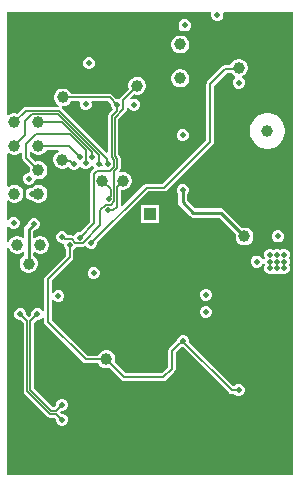
<source format=gbl>
G04*
G04 #@! TF.GenerationSoftware,Altium Limited,Altium Designer,21.8.1 (53)*
G04*
G04 Layer_Physical_Order=4*
G04 Layer_Color=16711680*
%FSLAX25Y25*%
%MOIN*%
G70*
G04*
G04 #@! TF.SameCoordinates,3953C7C4-12BB-4AEB-9917-3EAA161B92D5*
G04*
G04*
G04 #@! TF.FilePolarity,Positive*
G04*
G01*
G75*
%ADD12C,0.01000*%
%ADD15C,0.00500*%
%ADD34C,0.03937*%
%ADD66C,0.01402*%
%ADD67C,0.15748*%
%ADD68C,0.04134*%
%ADD69R,0.04134X0.04134*%
%ADD70C,0.02000*%
G36*
X96896Y1529D02*
X1529D01*
Y77349D01*
X2029Y77415D01*
X2076Y77240D01*
X2467Y76563D01*
X3020Y76010D01*
X3697Y75620D01*
X4452Y75417D01*
X5233D01*
X5988Y75620D01*
X6665Y76010D01*
X6690Y76035D01*
X7152Y75844D01*
Y74671D01*
X6858Y74501D01*
X6306Y73949D01*
X5915Y73272D01*
X5713Y72517D01*
Y71735D01*
X5915Y70980D01*
X6306Y70303D01*
X6858Y69751D01*
X7535Y69360D01*
X8290Y69157D01*
X9072D01*
X9827Y69360D01*
X10504Y69751D01*
X11056Y70303D01*
X11447Y70980D01*
X11650Y71735D01*
Y72517D01*
X11447Y73272D01*
X11056Y73949D01*
X10504Y74501D01*
X10210Y74671D01*
Y75726D01*
X10672Y75917D01*
X10697Y75892D01*
X11374Y75502D01*
X12129Y75299D01*
X12911D01*
X13666Y75502D01*
X14342Y75892D01*
X14895Y76445D01*
X15286Y77122D01*
X15488Y77877D01*
Y78658D01*
X15286Y79413D01*
X14895Y80090D01*
X14342Y80643D01*
X13666Y81034D01*
X12911Y81236D01*
X12129D01*
X11374Y81034D01*
X10697Y80643D01*
X10672Y80619D01*
X10210Y80810D01*
Y82833D01*
X10628Y83250D01*
X10863D01*
X11598Y83555D01*
X12161Y84118D01*
X12465Y84853D01*
Y85648D01*
X12161Y86383D01*
X11598Y86946D01*
X10863Y87250D01*
X10067D01*
X9332Y86946D01*
X8770Y86383D01*
X8465Y85648D01*
Y85413D01*
X7600Y84548D01*
X7268Y84052D01*
X7152Y83467D01*
Y80928D01*
X6690Y80737D01*
X6665Y80761D01*
X5988Y81152D01*
X5233Y81354D01*
X4452D01*
X3697Y81152D01*
X3020Y80761D01*
X2467Y80208D01*
X2076Y79532D01*
X2029Y79357D01*
X1529Y79423D01*
Y84368D01*
X1911Y84492D01*
X2029Y84500D01*
X2569Y83961D01*
X3304Y83656D01*
X4100D01*
X4835Y83961D01*
X5397Y84523D01*
X5702Y85259D01*
Y86054D01*
X5397Y86789D01*
X4835Y87352D01*
X4100Y87656D01*
X3304D01*
X2569Y87352D01*
X2029Y86813D01*
X1911Y86820D01*
X1529Y86945D01*
Y92967D01*
X2029Y93174D01*
X2135Y93069D01*
X2812Y92678D01*
X3567Y92476D01*
X4348D01*
X5103Y92678D01*
X5780Y93069D01*
X6333Y93622D01*
X6724Y94299D01*
X6926Y95054D01*
Y95835D01*
X6724Y96590D01*
X6333Y97267D01*
X5780Y97820D01*
X5103Y98211D01*
X4348Y98413D01*
X3567D01*
X2812Y98211D01*
X2135Y97820D01*
X2029Y97715D01*
X1529Y97922D01*
Y108791D01*
X2029Y108999D01*
X2135Y108893D01*
X2812Y108502D01*
X3567Y108300D01*
X4348D01*
X5103Y108502D01*
X5780Y108893D01*
X6100Y109212D01*
X6600Y109005D01*
Y107352D01*
X6696Y106864D01*
X6973Y106451D01*
X9167Y104257D01*
X9003Y103646D01*
Y102864D01*
X9012Y102830D01*
X8708Y102433D01*
X8409D01*
X7674Y102129D01*
X7112Y101566D01*
X6807Y100831D01*
Y100035D01*
X7112Y99300D01*
X7674Y98738D01*
X8409Y98433D01*
X9205D01*
X9940Y98738D01*
X10503Y99300D01*
X10807Y100035D01*
X11307Y100359D01*
X11581Y100286D01*
X12362D01*
X13117Y100489D01*
X13794Y100879D01*
X14347Y101432D01*
X14738Y102109D01*
X14940Y102864D01*
Y103646D01*
X14738Y104401D01*
X14347Y105078D01*
X13794Y105630D01*
X13117Y106021D01*
X12362Y106223D01*
X11581D01*
X10969Y106059D01*
X9149Y107880D01*
Y109221D01*
X9425Y109360D01*
X9648Y109393D01*
X10149Y108893D01*
X10825Y108502D01*
X11581Y108300D01*
X12362D01*
X13117Y108502D01*
X13794Y108893D01*
X14347Y109446D01*
X14663Y109994D01*
X18614D01*
X18697Y109499D01*
X18020Y109108D01*
X17467Y108555D01*
X17076Y107878D01*
X16874Y107123D01*
Y106342D01*
X17076Y105587D01*
X17467Y104910D01*
X18020Y104357D01*
X18697Y103966D01*
X19452Y103764D01*
X20233D01*
X20988Y103966D01*
X21547Y104289D01*
X22084Y104300D01*
X22647Y103738D01*
X23382Y103433D01*
X24177D01*
X24912Y103738D01*
X25475Y104300D01*
X25510Y104385D01*
X25791Y104425D01*
X26064Y104415D01*
X26584Y103895D01*
X27319Y103591D01*
X28114D01*
X28849Y103895D01*
X29412Y104458D01*
X29550Y104791D01*
X29873Y104796D01*
X30071Y104742D01*
X30352Y104064D01*
X30539Y103877D01*
X29609Y102946D01*
X29332Y102533D01*
X29235Y102045D01*
Y86055D01*
X25985Y82805D01*
X25390D01*
X24655Y82501D01*
X24092Y81938D01*
X23931Y81550D01*
X23541Y81431D01*
X23053Y81528D01*
X21782D01*
X21538Y82117D01*
X20975Y82680D01*
X20240Y82984D01*
X19445D01*
X18710Y82680D01*
X18147Y82117D01*
X17842Y81382D01*
Y80586D01*
X18147Y79851D01*
X18710Y79289D01*
X19445Y78984D01*
X19937D01*
X20304Y78743D01*
X20362Y78522D01*
Y77909D01*
X20667Y77174D01*
X21088Y76753D01*
Y74701D01*
X14177Y67791D01*
X13901Y67378D01*
X13804Y66890D01*
Y56552D01*
X13404Y56431D01*
X13304Y56425D01*
X12761Y56969D01*
X12026Y57273D01*
X11230D01*
X10495Y56969D01*
X9932Y56406D01*
X9628Y55671D01*
Y55076D01*
X8773Y54221D01*
X7919Y55076D01*
Y55671D01*
X7615Y56406D01*
X7052Y56969D01*
X6317Y57273D01*
X5521D01*
X4786Y56969D01*
X4224Y56406D01*
X3919Y55671D01*
Y54876D01*
X4224Y54141D01*
X4786Y53578D01*
X5521Y53273D01*
X6117D01*
X7005Y52385D01*
Y29516D01*
X7102Y29028D01*
X7378Y28615D01*
X14814Y21179D01*
X15227Y20903D01*
X15715Y20806D01*
X17352D01*
X17842Y20316D01*
Y19720D01*
X18147Y18985D01*
X18710Y18423D01*
X19445Y18118D01*
X20240D01*
X20975Y18423D01*
X21538Y18985D01*
X21843Y19720D01*
Y20516D01*
X21538Y21251D01*
X20975Y21814D01*
X20240Y22118D01*
X19645D01*
X19184Y22579D01*
X19645Y23039D01*
X20240D01*
X20975Y23344D01*
X21538Y23907D01*
X21843Y24642D01*
Y25437D01*
X21538Y26172D01*
X20975Y26735D01*
X20240Y27039D01*
X19445D01*
X18710Y26735D01*
X18147Y26172D01*
X17842Y25437D01*
Y24842D01*
X17356Y24355D01*
X16657D01*
X10554Y30458D01*
Y52397D01*
X11430Y53273D01*
X12026D01*
X12761Y53578D01*
X13304Y54122D01*
X13404Y54116D01*
X13804Y53995D01*
Y52795D01*
X13901Y52307D01*
X14177Y51894D01*
X26779Y39293D01*
X27192Y39017D01*
X27680Y38920D01*
X31941D01*
X32257Y38372D01*
X32810Y37819D01*
X33487Y37428D01*
X34242Y37226D01*
X35023D01*
X35635Y37390D01*
X39674Y33351D01*
X40087Y33075D01*
X40575Y32978D01*
X53565D01*
X54053Y33075D01*
X54467Y33351D01*
X57269Y36154D01*
X57546Y36567D01*
X57643Y37055D01*
Y42380D01*
X59554Y44291D01*
X59820Y44181D01*
X60414D01*
X75536Y29059D01*
X75949Y28783D01*
X76437Y28686D01*
X77147D01*
X77568Y28265D01*
X78303Y27961D01*
X79099D01*
X79834Y28265D01*
X80396Y28828D01*
X80701Y29563D01*
Y30358D01*
X80396Y31093D01*
X79834Y31656D01*
X79099Y31961D01*
X78303D01*
X77568Y31656D01*
X77147Y31235D01*
X76965D01*
X62217Y45983D01*
Y46579D01*
X61913Y47314D01*
X61350Y47877D01*
X60615Y48182D01*
X59820D01*
X59085Y47877D01*
X58522Y47314D01*
X58218Y46579D01*
Y46559D01*
X55467Y43809D01*
X55191Y43395D01*
X55094Y42908D01*
Y37583D01*
X53038Y35526D01*
X41103D01*
X37437Y39192D01*
X37601Y39803D01*
Y40585D01*
X37399Y41340D01*
X37008Y42017D01*
X36455Y42570D01*
X35778Y42961D01*
X35023Y43163D01*
X34242D01*
X33487Y42961D01*
X32810Y42570D01*
X32257Y42017D01*
X31941Y41469D01*
X28208D01*
X16353Y53323D01*
Y60157D01*
X16853Y60256D01*
X16907Y60127D01*
X17470Y59564D01*
X18204Y59260D01*
X19000D01*
X19735Y59564D01*
X20298Y60127D01*
X20602Y60862D01*
Y61658D01*
X20298Y62393D01*
X19735Y62955D01*
X19000Y63260D01*
X18204D01*
X17470Y62955D01*
X16907Y62393D01*
X16853Y62263D01*
X16353Y62363D01*
Y66362D01*
X23263Y73272D01*
X23540Y73685D01*
X23637Y74173D01*
Y76753D01*
X24058Y77174D01*
X24309Y77781D01*
X26672D01*
X27160Y77878D01*
X27295Y77968D01*
X27871Y77883D01*
X28434Y77320D01*
X29169Y77016D01*
X29965D01*
X30700Y77320D01*
X31262Y77883D01*
X31567Y78618D01*
Y79213D01*
X48520Y96166D01*
X53898D01*
X54385Y96263D01*
X54799Y96540D01*
X70074Y111815D01*
X70351Y112229D01*
X70448Y112716D01*
Y131401D01*
X74780Y135733D01*
X76214D01*
X76325Y135539D01*
X76878Y134987D01*
X77478Y134640D01*
X77535Y134318D01*
X77519Y134088D01*
X77005Y133574D01*
X76701Y132839D01*
Y132043D01*
X77005Y131308D01*
X77568Y130745D01*
X78303Y130441D01*
X79099D01*
X79834Y130745D01*
X80396Y131308D01*
X80701Y132043D01*
Y132839D01*
X80396Y133574D01*
X79882Y134088D01*
X79866Y134318D01*
X79924Y134640D01*
X80524Y134987D01*
X81076Y135539D01*
X81467Y136216D01*
X81669Y136971D01*
Y137753D01*
X81467Y138508D01*
X81076Y139185D01*
X80524Y139738D01*
X79847Y140128D01*
X79092Y140331D01*
X78310D01*
X77555Y140128D01*
X76878Y139738D01*
X76325Y139185D01*
X75935Y138508D01*
X75874Y138282D01*
X74252D01*
X73764Y138185D01*
X73351Y137909D01*
X68272Y132830D01*
X67996Y132417D01*
X67899Y131929D01*
Y113244D01*
X53370Y98715D01*
X47992D01*
X47504Y98618D01*
X47091Y98342D01*
X39963Y91215D01*
X39463Y91422D01*
Y96546D01*
X39751Y96767D01*
X40532D01*
X41287Y96969D01*
X41964Y97360D01*
X42517Y97913D01*
X42908Y98590D01*
X43110Y99345D01*
Y100126D01*
X42908Y100881D01*
X42517Y101558D01*
X41964Y102111D01*
X41287Y102502D01*
X40532Y102704D01*
X39751D01*
X39200Y102556D01*
X38941Y103005D01*
X39021Y103085D01*
X39298Y103498D01*
X39395Y103986D01*
Y107156D01*
X39298Y107643D01*
X39021Y108057D01*
X38613Y108465D01*
Y120275D01*
X41177Y122839D01*
X41453Y123252D01*
X41550Y123740D01*
Y124050D01*
X42050Y124149D01*
X42108Y124010D01*
X42670Y123448D01*
X43405Y123143D01*
X44201D01*
X44936Y123448D01*
X45499Y124010D01*
X45803Y124746D01*
Y125541D01*
X45499Y126276D01*
X44936Y126839D01*
X44201Y127143D01*
X43405D01*
X42891Y126930D01*
X42607Y127354D01*
X43852Y128599D01*
X44464Y128435D01*
X45245D01*
X46000Y128637D01*
X46677Y129028D01*
X47230Y129581D01*
X47621Y130258D01*
X47823Y131013D01*
Y131794D01*
X47621Y132549D01*
X47230Y133226D01*
X46677Y133779D01*
X46000Y134170D01*
X45245Y134372D01*
X44464D01*
X43709Y134170D01*
X43032Y133779D01*
X42479Y133226D01*
X42088Y132549D01*
X41886Y131794D01*
Y131013D01*
X42050Y130401D01*
X39374Y127726D01*
X39098Y127312D01*
X39098Y127311D01*
X38657Y127075D01*
X38492Y127143D01*
X37897D01*
X36619Y128421D01*
X36206Y128697D01*
X35718Y128794D01*
X22810D01*
X22493Y129342D01*
X21941Y129895D01*
X21264Y130286D01*
X20509Y130488D01*
X19727D01*
X18972Y130286D01*
X18295Y129895D01*
X17743Y129342D01*
X17352Y128665D01*
X17150Y127910D01*
Y127129D01*
X17352Y126374D01*
X17743Y125697D01*
X18295Y125144D01*
X18881Y124806D01*
X18844Y124427D01*
X18797Y124306D01*
X7707D01*
X7219Y124209D01*
X6806Y123933D01*
X4960Y122087D01*
X4348Y122251D01*
X3567D01*
X2812Y122048D01*
X2135Y121658D01*
X2029Y121552D01*
X1529Y121759D01*
Y155951D01*
X69364D01*
X69642Y155535D01*
X69626Y155499D01*
Y154703D01*
X69931Y153968D01*
X70494Y153405D01*
X71229Y153101D01*
X72024D01*
X72759Y153405D01*
X73322Y153968D01*
X73627Y154703D01*
Y155499D01*
X73611Y155535D01*
X73889Y155951D01*
X96896D01*
X96896Y1529D01*
D02*
G37*
G36*
X36094Y125341D02*
Y124746D01*
X36399Y124010D01*
X36820Y123589D01*
Y123501D01*
X35437Y122119D01*
X35161Y121705D01*
X35064Y121217D01*
Y109321D01*
X34602Y109129D01*
X19799Y123933D01*
X19733Y123977D01*
X19739Y124511D01*
X19773Y124551D01*
X20509D01*
X21264Y124753D01*
X21941Y125144D01*
X22493Y125697D01*
X22810Y126245D01*
X25503D01*
X25781Y125830D01*
X25687Y125602D01*
Y124807D01*
X25991Y124072D01*
X26554Y123509D01*
X27289Y123205D01*
X28084D01*
X28820Y123509D01*
X29382Y124072D01*
X29687Y124807D01*
Y125602D01*
X29593Y125830D01*
X29870Y126245D01*
X35190D01*
X36094Y125341D01*
D02*
G37*
%LPC*%
G36*
X61047Y153496D02*
X60252D01*
X59517Y153192D01*
X58954Y152629D01*
X58650Y151894D01*
Y151098D01*
X58954Y150363D01*
X59517Y149801D01*
X60252Y149496D01*
X61047D01*
X61782Y149801D01*
X62345Y150363D01*
X62650Y151098D01*
Y151894D01*
X62345Y152629D01*
X61782Y153192D01*
X61047Y153496D01*
D02*
G37*
G36*
X59622Y148135D02*
X58840D01*
X58085Y147933D01*
X57408Y147542D01*
X56855Y146989D01*
X56465Y146312D01*
X56262Y145557D01*
Y144775D01*
X56465Y144020D01*
X56855Y143344D01*
X57408Y142791D01*
X58085Y142400D01*
X58840Y142198D01*
X59622D01*
X60377Y142400D01*
X61054Y142791D01*
X61606Y143344D01*
X61997Y144020D01*
X62199Y144775D01*
Y145557D01*
X61997Y146312D01*
X61606Y146989D01*
X61054Y147542D01*
X60377Y147933D01*
X59622Y148135D01*
D02*
G37*
G36*
X29226Y140884D02*
X28431D01*
X27695Y140579D01*
X27133Y140017D01*
X26828Y139282D01*
Y138486D01*
X27133Y137751D01*
X27695Y137188D01*
X28431Y136884D01*
X29226D01*
X29961Y137188D01*
X30524Y137751D01*
X30828Y138486D01*
Y139282D01*
X30524Y140017D01*
X29961Y140579D01*
X29226Y140884D01*
D02*
G37*
G36*
X59622Y136836D02*
X58840D01*
X58085Y136633D01*
X57408Y136242D01*
X56855Y135690D01*
X56465Y135013D01*
X56262Y134258D01*
Y133476D01*
X56465Y132721D01*
X56855Y132044D01*
X57408Y131492D01*
X58085Y131101D01*
X58840Y130899D01*
X59622D01*
X60377Y131101D01*
X61054Y131492D01*
X61606Y132044D01*
X61997Y132721D01*
X62199Y133476D01*
Y134258D01*
X61997Y135013D01*
X61606Y135690D01*
X61054Y136242D01*
X60377Y136633D01*
X59622Y136836D01*
D02*
G37*
G36*
X60436Y116882D02*
X59640D01*
X58905Y116578D01*
X58342Y116015D01*
X58038Y115280D01*
Y114485D01*
X58342Y113750D01*
X58905Y113187D01*
X59640Y112882D01*
X60436D01*
X61171Y113187D01*
X61734Y113750D01*
X62038Y114485D01*
Y115280D01*
X61734Y116015D01*
X61171Y116578D01*
X60436Y116882D01*
D02*
G37*
G36*
X88849Y122205D02*
X87686D01*
X86545Y121978D01*
X85470Y121533D01*
X84503Y120886D01*
X83681Y120064D01*
X83034Y119097D01*
X82589Y118022D01*
X82362Y116881D01*
Y115718D01*
X82589Y114577D01*
X83034Y113502D01*
X83681Y112535D01*
X84503Y111712D01*
X85470Y111066D01*
X86545Y110621D01*
X87686Y110394D01*
X88849D01*
X89990Y110621D01*
X91065Y111066D01*
X92032Y111712D01*
X92855Y112535D01*
X93501Y113502D01*
X93946Y114577D01*
X94173Y115718D01*
Y116881D01*
X93946Y118022D01*
X93501Y119097D01*
X92855Y120064D01*
X92032Y120886D01*
X91065Y121533D01*
X89990Y121978D01*
X88849Y122205D01*
D02*
G37*
G36*
X12362Y98413D02*
X11581D01*
X10825Y98211D01*
X10149Y97820D01*
X9773Y97444D01*
X9268D01*
X8533Y97140D01*
X7971Y96577D01*
X7666Y95842D01*
Y95047D01*
X7971Y94311D01*
X8533Y93749D01*
X9268Y93445D01*
X9773D01*
X10149Y93069D01*
X10825Y92678D01*
X11581Y92476D01*
X12362D01*
X13117Y92678D01*
X13794Y93069D01*
X14347Y93622D01*
X14738Y94299D01*
X14940Y95054D01*
Y95835D01*
X14738Y96590D01*
X14347Y97267D01*
X13794Y97820D01*
X13117Y98211D01*
X12362Y98413D01*
D02*
G37*
G36*
X52280Y91807D02*
X46146D01*
Y85673D01*
X52280D01*
Y91807D01*
D02*
G37*
G36*
X92165Y83181D02*
X91370D01*
X90635Y82877D01*
X90072Y82314D01*
X89767Y81579D01*
Y80783D01*
X90072Y80048D01*
X90635Y79486D01*
X91370Y79181D01*
X92165D01*
X92900Y79486D01*
X93463Y80048D01*
X93767Y80783D01*
Y81579D01*
X93463Y82314D01*
X92900Y82877D01*
X92165Y83181D01*
D02*
G37*
G36*
X60436Y98616D02*
X59640D01*
X58905Y98311D01*
X58342Y97749D01*
X58038Y97013D01*
Y96218D01*
X58342Y95483D01*
X58509Y95316D01*
Y92600D01*
X58625Y92015D01*
X58956Y91518D01*
X62541Y87934D01*
X63037Y87603D01*
X63622Y87486D01*
X72162D01*
X77749Y81899D01*
X77661Y81572D01*
Y80790D01*
X77864Y80035D01*
X78254Y79358D01*
X78807Y78806D01*
X79484Y78415D01*
X80239Y78213D01*
X81021D01*
X81776Y78415D01*
X82453Y78806D01*
X83005Y79358D01*
X83396Y80035D01*
X83598Y80790D01*
Y81572D01*
X83396Y82327D01*
X83005Y83004D01*
X82453Y83556D01*
X81776Y83947D01*
X81021Y84150D01*
X80239D01*
X79912Y84062D01*
X73877Y90097D01*
X73381Y90429D01*
X72795Y90545D01*
X64256D01*
X61567Y93233D01*
Y95316D01*
X61734Y95483D01*
X62038Y96218D01*
Y97013D01*
X61734Y97749D01*
X61171Y98311D01*
X60436Y98616D01*
D02*
G37*
G36*
X94049Y77105D02*
X93253D01*
X92538Y76809D01*
X91822Y77105D01*
X91026D01*
X90311Y76809D01*
X89595Y77105D01*
X88799D01*
X88064Y76801D01*
X87502Y76238D01*
X87197Y75503D01*
Y74707D01*
X87502Y73972D01*
X87513Y73961D01*
X87502Y73949D01*
X87220Y73270D01*
X86970Y73241D01*
X86720Y73270D01*
X86439Y73949D01*
X85876Y74512D01*
X85141Y74816D01*
X84345D01*
X83610Y74512D01*
X83047Y73949D01*
X82743Y73214D01*
Y72419D01*
X83047Y71684D01*
X83610Y71121D01*
X84345Y70816D01*
X85141D01*
X85876Y71121D01*
X86439Y71684D01*
X86720Y72363D01*
X86970Y72392D01*
X87220Y72363D01*
X87502Y71684D01*
X87513Y71672D01*
X87502Y71661D01*
X87197Y70925D01*
Y70130D01*
X87502Y69395D01*
X88064Y68832D01*
X88799Y68528D01*
X89595D01*
X90311Y68824D01*
X91026Y68528D01*
X91822D01*
X92538Y68824D01*
X93253Y68528D01*
X94049D01*
X94784Y68832D01*
X95347Y69395D01*
X95651Y70130D01*
Y70925D01*
X95347Y71661D01*
X95335Y71672D01*
X95347Y71684D01*
X95651Y72419D01*
Y73214D01*
X95347Y73949D01*
X95335Y73961D01*
X95347Y73972D01*
X95651Y74707D01*
Y75503D01*
X95347Y76238D01*
X94784Y76801D01*
X94049Y77105D01*
D02*
G37*
G36*
X30752Y70898D02*
X29956D01*
X29221Y70593D01*
X28659Y70031D01*
X28354Y69296D01*
Y68500D01*
X28659Y67765D01*
X29221Y67202D01*
X29956Y66898D01*
X30752D01*
X31487Y67202D01*
X32050Y67765D01*
X32354Y68500D01*
Y69296D01*
X32050Y70031D01*
X31487Y70593D01*
X30752Y70898D01*
D02*
G37*
G36*
X68154Y63714D02*
X67358D01*
X66623Y63410D01*
X66060Y62847D01*
X65756Y62112D01*
Y61316D01*
X66060Y60581D01*
X66623Y60018D01*
X67358Y59714D01*
X68154D01*
X68889Y60018D01*
X69451Y60581D01*
X69756Y61316D01*
Y62112D01*
X69451Y62847D01*
X68889Y63410D01*
X68154Y63714D01*
D02*
G37*
G36*
Y58005D02*
X67358D01*
X66623Y57701D01*
X66060Y57138D01*
X65756Y56403D01*
Y55607D01*
X66060Y54872D01*
X66623Y54310D01*
X67358Y54005D01*
X68154D01*
X68889Y54310D01*
X69451Y54872D01*
X69756Y55607D01*
Y56403D01*
X69451Y57138D01*
X68889Y57701D01*
X68154Y58005D01*
D02*
G37*
%LPD*%
D12*
X72795Y89016D02*
X80630Y81181D01*
X63622Y89016D02*
X72795D01*
X60038Y92600D02*
Y96616D01*
Y92600D02*
X63622Y89016D01*
X3957Y103255D02*
X3989Y103287D01*
Y105377D01*
X4021Y105408D01*
X8681Y72126D02*
Y83467D01*
X10465Y85250D01*
D15*
X56368Y37055D02*
Y42908D01*
X59362Y45732D02*
X59929Y46299D01*
Y46468D01*
X59192Y45732D02*
X59362D01*
X56368Y42908D02*
X59192Y45732D01*
X76437Y29961D02*
X78701D01*
X59929Y46468D02*
X76437Y29961D01*
X53565Y34252D02*
X56368Y37055D01*
X40575Y34252D02*
X53565D01*
X34633Y40194D02*
X40575Y34252D01*
X40276Y126825D02*
X44855Y131404D01*
X40276Y123740D02*
Y126825D01*
X37339Y120803D02*
X40276Y123740D01*
X78347Y137008D02*
X78701Y137362D01*
X74252Y137008D02*
X78347D01*
X69173Y131929D02*
X74252Y137008D01*
X69173Y112716D02*
Y131929D01*
X53898Y97441D02*
X69173Y112716D01*
X47992Y97441D02*
X53898D01*
X29567Y79016D02*
X47992Y97441D01*
X36339Y107523D02*
Y121217D01*
Y107523D02*
X37120Y106741D01*
X36339Y121217D02*
X38094Y122973D01*
X37339Y107937D02*
X38120Y107156D01*
X37339Y107937D02*
Y120803D01*
X27680Y40194D02*
X34633D01*
X15079Y52795D02*
Y66890D01*
Y52795D02*
X27680Y40194D01*
X15079Y66890D02*
X22362Y74173D01*
Y78307D01*
X9666Y95445D02*
X11971D01*
X7874Y107352D02*
X11971Y103255D01*
X19842Y80984D02*
X20155D01*
X20885Y80254D01*
X30510Y85528D02*
Y102045D01*
X25805Y80823D02*
X30510Y85528D01*
X32639Y85022D02*
Y90039D01*
X26672Y79055D02*
X32639Y85022D01*
X23053Y80254D02*
X24252Y79055D01*
X26672D01*
X20885Y80254D02*
X23053D01*
X35984Y94511D02*
Y94994D01*
X35386Y93506D02*
Y93912D01*
X35984Y94994D02*
X35984Y94995D01*
Y97008D01*
X35386Y93912D02*
X35984Y94511D01*
X35289Y89874D02*
X36921D01*
X38189Y91142D02*
Y97783D01*
X36921Y89874D02*
X38189Y91142D01*
X35157Y90006D02*
X35289Y89874D01*
X33228Y99764D02*
X35984Y97008D01*
X34356Y91756D02*
X36110D01*
X37189Y92835D01*
Y103055D01*
X38120Y103986D02*
Y107156D01*
X37189Y103055D02*
X38120Y103986D01*
X31575Y103110D02*
X35787D01*
X37120Y104443D01*
Y106741D01*
X38094Y122973D02*
Y125143D01*
X18898Y123031D02*
X34904Y107026D01*
X7707Y123031D02*
X18898D01*
X34904Y105372D02*
X35000Y105276D01*
X34904Y105372D02*
Y107026D01*
X38189Y97783D02*
X40142Y99735D01*
X32334Y104910D02*
X33118D01*
X33228Y99764D02*
Y99764D01*
X30510Y102045D02*
X31575Y103110D01*
X32639Y90039D02*
X34356Y91756D01*
X22561Y106246D02*
X23374Y105433D01*
X19842Y106732D02*
X20329Y106246D01*
X22561D01*
X23374Y105433D02*
X23779D01*
X20118Y127520D02*
X35718D01*
X38094Y125143D01*
X9905Y122031D02*
X18483D01*
X32047Y105197D02*
Y108468D01*
X19818Y119282D02*
X29685Y109416D01*
X18483Y122031D02*
X32047Y108468D01*
X27716Y105591D02*
Y109970D01*
X22490Y115197D02*
X27716Y109970D01*
X11971Y119282D02*
X19818D01*
X29685Y107559D02*
Y109416D01*
X10984Y115197D02*
X22490D01*
X32047Y105197D02*
X32334Y104910D01*
X7874Y107352D02*
Y112087D01*
X10984Y115197D01*
X22039Y111268D02*
X25748Y107559D01*
X11971Y111268D02*
X22039D01*
X7559Y119685D02*
X9905Y122031D01*
X3957Y111268D02*
X7559Y114870D01*
Y119685D01*
X3957Y119282D02*
X7707Y123031D01*
X16129Y23080D02*
X17884D01*
X15715Y22080D02*
X17880D01*
X9279Y29930D02*
Y52925D01*
Y29930D02*
X16129Y23080D01*
X8279Y29516D02*
X15715Y22080D01*
X8279Y29516D02*
Y52913D01*
X17880Y22080D02*
X19842Y20118D01*
X17884Y23080D02*
X19842Y25039D01*
X5919Y55273D02*
X8279Y52913D01*
X9279Y52925D02*
X11628Y55273D01*
X59231Y133788D02*
Y133867D01*
D34*
X3957Y103255D02*
D03*
X11971D02*
D03*
X33228Y99764D02*
D03*
X19842Y106732D02*
D03*
X78701Y137362D02*
D03*
X34633Y40194D02*
D03*
X20118Y127520D02*
D03*
X4843Y78386D02*
D03*
X8681Y72126D02*
D03*
X88268Y116299D02*
D03*
X44855Y131404D02*
D03*
X12520Y78268D02*
D03*
X59231Y145166D02*
D03*
Y133867D02*
D03*
X40142Y99735D02*
D03*
X3957Y111268D02*
D03*
X11971Y119282D02*
D03*
Y95445D02*
D03*
X3957D02*
D03*
Y119282D02*
D03*
X11971Y111268D02*
D03*
X80630Y81181D02*
D03*
D66*
X8807Y100364D02*
Y100433D01*
X3957Y95445D02*
Y95514D01*
D67*
X47244Y110236D02*
D03*
Y47244D02*
D03*
D68*
X49213Y68740D02*
D03*
D69*
Y88740D02*
D03*
D70*
X67756Y56005D02*
D03*
Y61714D02*
D03*
X78701Y29961D02*
D03*
X60217Y46181D02*
D03*
X89197Y72816D02*
D03*
X91424Y75105D02*
D03*
Y72816D02*
D03*
Y70528D02*
D03*
X93651Y72816D02*
D03*
Y75105D02*
D03*
Y70528D02*
D03*
X89197Y75105D02*
D03*
Y70528D02*
D03*
X43803Y125143D02*
D03*
X50967Y133642D02*
D03*
X44855Y131404D02*
D03*
X80630Y81181D02*
D03*
X60038Y96616D02*
D03*
X71627Y155101D02*
D03*
X92148Y135911D02*
D03*
Y131333D02*
D03*
X87694Y135911D02*
D03*
X89921D02*
D03*
Y133622D02*
D03*
Y131333D02*
D03*
X87694D02*
D03*
X92148Y133622D02*
D03*
X87694D02*
D03*
X33031Y117165D02*
D03*
X78701Y132441D02*
D03*
X91767Y81181D02*
D03*
X60038Y114882D02*
D03*
X29567Y79016D02*
D03*
X27126Y93543D02*
D03*
X18347D02*
D03*
X22795D02*
D03*
X18347Y89095D02*
D03*
Y97874D02*
D03*
X27126Y89095D02*
D03*
Y97874D02*
D03*
X22795D02*
D03*
Y89095D02*
D03*
X4021Y105408D02*
D03*
X19842Y80984D02*
D03*
X25787Y80805D02*
D03*
X22362Y78307D02*
D03*
X35386Y93506D02*
D03*
X35000Y105276D02*
D03*
X10465Y85250D02*
D03*
X35157Y90006D02*
D03*
X38094Y125143D02*
D03*
X33002Y125205D02*
D03*
X60650Y151496D02*
D03*
X64172Y139517D02*
D03*
X65965Y151496D02*
D03*
X27687Y125205D02*
D03*
X23779Y105433D02*
D03*
X23996Y61339D02*
D03*
X18602Y61260D02*
D03*
X8807Y100433D02*
D03*
X3487Y90369D02*
D03*
X27716Y105591D02*
D03*
X29685Y107559D02*
D03*
X3957Y95445D02*
D03*
X84743Y72816D02*
D03*
X78701Y137362D02*
D03*
X93802Y19336D02*
D03*
Y14759D02*
D03*
X89348Y19336D02*
D03*
X91575D02*
D03*
Y17047D02*
D03*
Y14759D02*
D03*
X89348D02*
D03*
X93802Y17047D02*
D03*
X89348D02*
D03*
X6119Y16535D02*
D03*
X10573D02*
D03*
X6119Y14247D02*
D03*
X8347D02*
D03*
Y16535D02*
D03*
Y18824D02*
D03*
X6119D02*
D03*
X10573Y14247D02*
D03*
Y18824D02*
D03*
X6356Y134370D02*
D03*
X10810D02*
D03*
X6356Y132081D02*
D03*
X8583D02*
D03*
Y134370D02*
D03*
Y136659D02*
D03*
X6356D02*
D03*
X10810Y132081D02*
D03*
Y136659D02*
D03*
X19842Y20118D02*
D03*
Y25039D02*
D03*
X11628Y55273D02*
D03*
X5919D02*
D03*
X20118Y127520D02*
D03*
X30354Y68898D02*
D03*
X9666Y95445D02*
D03*
X32047Y105197D02*
D03*
X25748Y107559D02*
D03*
X8681Y72126D02*
D03*
X59231Y145166D02*
D03*
Y133867D02*
D03*
X3702Y85656D02*
D03*
X12520Y78268D02*
D03*
X28828Y133569D02*
D03*
Y138884D02*
D03*
X4843Y78268D02*
D03*
M02*

</source>
